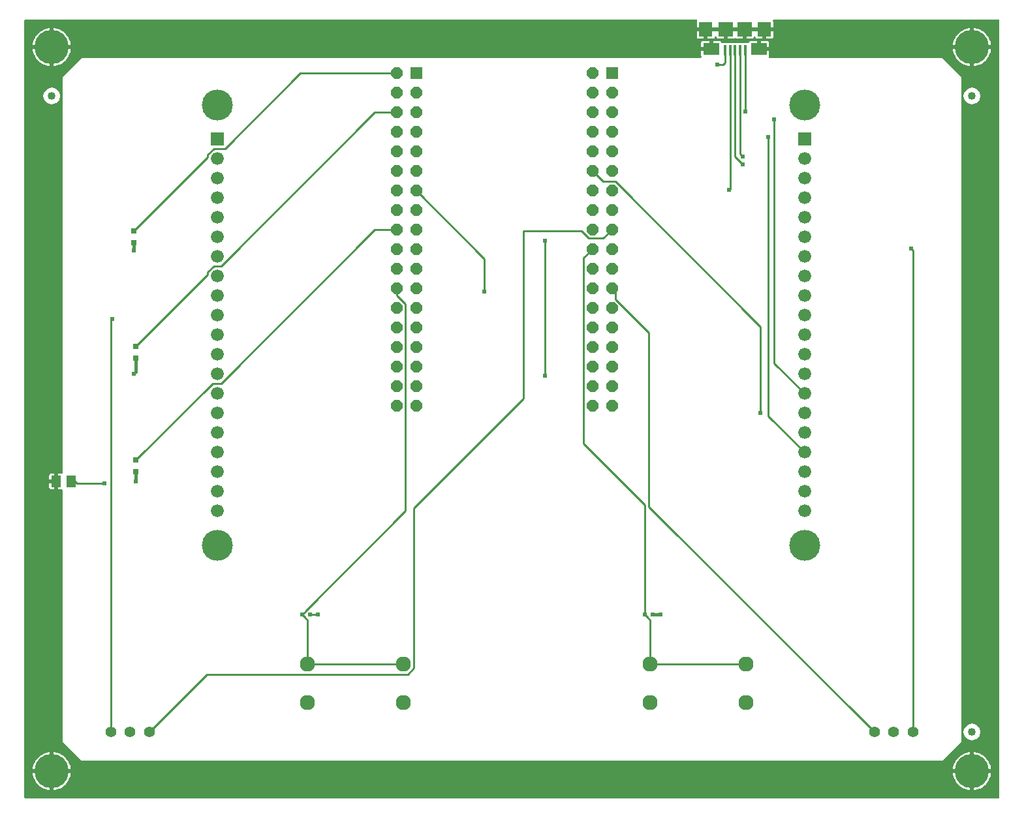
<source format=gbr>
G04 EAGLE Gerber RS-274X export*
G75*
%MOMM*%
%FSLAX34Y34*%
%LPD*%
%INTop Copper*%
%IPPOS*%
%AMOC8*
5,1,8,0,0,1.08239X$1,22.5*%
G01*
%ADD10R,1.524000X1.524000*%
%ADD11P,1.649562X8X292.500000*%
%ADD12C,1.400000*%
%ADD13C,1.960000*%
%ADD14R,0.800000X0.800000*%
%ADD15R,0.500000X0.600000*%
%ADD16R,1.676400X1.676400*%
%ADD17C,1.676400*%
%ADD18C,4.016000*%
%ADD19R,1.800000X1.900000*%
%ADD20R,1.900000X1.900000*%
%ADD21R,2.100000X1.600000*%
%ADD22R,0.400000X1.350000*%
%ADD23C,1.016000*%
%ADD24C,4.445000*%
%ADD25R,1.300000X1.500000*%
%ADD26C,0.381000*%
%ADD27C,0.254000*%
%ADD28C,0.609600*%

G36*
X1267444Y1012308D02*
X1267444Y1012308D01*
X1267437Y1012427D01*
X1267424Y1012465D01*
X1267419Y1012506D01*
X1267376Y1012616D01*
X1267339Y1012729D01*
X1267317Y1012764D01*
X1267302Y1012801D01*
X1267233Y1012897D01*
X1267169Y1012998D01*
X1267139Y1013026D01*
X1267116Y1013059D01*
X1267024Y1013135D01*
X1266937Y1013216D01*
X1266902Y1013236D01*
X1266871Y1013261D01*
X1266763Y1013312D01*
X1266659Y1013370D01*
X1266619Y1013380D01*
X1266583Y1013397D01*
X1266466Y1013419D01*
X1266351Y1013449D01*
X1266291Y1013453D01*
X1266271Y1013457D01*
X1266250Y1013455D01*
X1266190Y1013459D01*
X974845Y1013459D01*
X974714Y1013443D01*
X974582Y1013432D01*
X974556Y1013423D01*
X974530Y1013419D01*
X974406Y1013371D01*
X974281Y1013327D01*
X974259Y1013312D01*
X974234Y1013302D01*
X974127Y1013225D01*
X974016Y1013151D01*
X973998Y1013131D01*
X973976Y1013116D01*
X973892Y1013014D01*
X973803Y1012915D01*
X973791Y1012891D01*
X973774Y1012871D01*
X973717Y1012751D01*
X973656Y1012633D01*
X973650Y1012607D01*
X973638Y1012583D01*
X973613Y1012453D01*
X973583Y1012324D01*
X973583Y1012297D01*
X973578Y1012271D01*
X973587Y1012139D01*
X973589Y1012006D01*
X973596Y1011980D01*
X973598Y1011953D01*
X973639Y1011827D01*
X973674Y1011700D01*
X973691Y1011665D01*
X973696Y1011651D01*
X973708Y1011632D01*
X973746Y1011555D01*
X973928Y1011241D01*
X974101Y1010594D01*
X974101Y1003299D01*
X963830Y1003299D01*
X963712Y1003284D01*
X963593Y1003277D01*
X963555Y1003264D01*
X963515Y1003259D01*
X963404Y1003215D01*
X963291Y1003179D01*
X963256Y1003157D01*
X963219Y1003142D01*
X963123Y1003072D01*
X963022Y1003009D01*
X962994Y1002979D01*
X962962Y1002955D01*
X962886Y1002864D01*
X962804Y1002777D01*
X962785Y1002742D01*
X962759Y1002710D01*
X962708Y1002603D01*
X962651Y1002499D01*
X962640Y1002459D01*
X962623Y1002423D01*
X962601Y1002306D01*
X962571Y1002191D01*
X962567Y1002130D01*
X962563Y1002110D01*
X962565Y1002090D01*
X962561Y1002030D01*
X962561Y1000759D01*
X962559Y1000759D01*
X962559Y1002030D01*
X962544Y1002148D01*
X962537Y1002267D01*
X962524Y1002305D01*
X962519Y1002345D01*
X962475Y1002456D01*
X962439Y1002569D01*
X962417Y1002604D01*
X962402Y1002641D01*
X962332Y1002737D01*
X962269Y1002838D01*
X962239Y1002866D01*
X962215Y1002898D01*
X962124Y1002974D01*
X962037Y1003056D01*
X962002Y1003075D01*
X961970Y1003101D01*
X961863Y1003152D01*
X961759Y1003209D01*
X961719Y1003220D01*
X961683Y1003237D01*
X961566Y1003259D01*
X961451Y1003289D01*
X961390Y1003293D01*
X961370Y1003297D01*
X961350Y1003295D01*
X961290Y1003299D01*
X937830Y1003299D01*
X937712Y1003284D01*
X937593Y1003277D01*
X937555Y1003264D01*
X937515Y1003259D01*
X937404Y1003215D01*
X937291Y1003179D01*
X937256Y1003157D01*
X937219Y1003142D01*
X937123Y1003072D01*
X937022Y1003009D01*
X936994Y1002979D01*
X936962Y1002955D01*
X936886Y1002864D01*
X936804Y1002777D01*
X936785Y1002742D01*
X936759Y1002710D01*
X936708Y1002603D01*
X936651Y1002499D01*
X936640Y1002459D01*
X936623Y1002423D01*
X936601Y1002306D01*
X936571Y1002191D01*
X936567Y1002130D01*
X936563Y1002110D01*
X936565Y1002090D01*
X936561Y1002030D01*
X936561Y1000759D01*
X936559Y1000759D01*
X936559Y1002030D01*
X936544Y1002148D01*
X936537Y1002267D01*
X936524Y1002305D01*
X936519Y1002345D01*
X936475Y1002456D01*
X936439Y1002569D01*
X936417Y1002604D01*
X936402Y1002641D01*
X936332Y1002737D01*
X936269Y1002838D01*
X936239Y1002866D01*
X936215Y1002898D01*
X936124Y1002974D01*
X936037Y1003056D01*
X936002Y1003075D01*
X935970Y1003101D01*
X935863Y1003152D01*
X935759Y1003209D01*
X935719Y1003220D01*
X935683Y1003237D01*
X935566Y1003259D01*
X935451Y1003289D01*
X935390Y1003293D01*
X935370Y1003297D01*
X935350Y1003295D01*
X935290Y1003299D01*
X913830Y1003299D01*
X913712Y1003284D01*
X913593Y1003277D01*
X913555Y1003264D01*
X913515Y1003259D01*
X913404Y1003215D01*
X913291Y1003179D01*
X913256Y1003157D01*
X913219Y1003142D01*
X913123Y1003072D01*
X913022Y1003009D01*
X912994Y1002979D01*
X912962Y1002955D01*
X912886Y1002864D01*
X912804Y1002777D01*
X912785Y1002742D01*
X912759Y1002710D01*
X912708Y1002603D01*
X912651Y1002499D01*
X912640Y1002459D01*
X912623Y1002423D01*
X912601Y1002306D01*
X912571Y1002191D01*
X912567Y1002130D01*
X912563Y1002110D01*
X912565Y1002090D01*
X912561Y1002030D01*
X912561Y1000759D01*
X912559Y1000759D01*
X912559Y1002030D01*
X912544Y1002148D01*
X912537Y1002267D01*
X912524Y1002305D01*
X912519Y1002345D01*
X912475Y1002456D01*
X912439Y1002569D01*
X912417Y1002604D01*
X912402Y1002641D01*
X912332Y1002737D01*
X912269Y1002838D01*
X912239Y1002866D01*
X912215Y1002898D01*
X912124Y1002974D01*
X912037Y1003056D01*
X912002Y1003075D01*
X911970Y1003101D01*
X911863Y1003152D01*
X911759Y1003209D01*
X911719Y1003220D01*
X911683Y1003237D01*
X911566Y1003259D01*
X911451Y1003289D01*
X911390Y1003293D01*
X911370Y1003297D01*
X911350Y1003295D01*
X911290Y1003299D01*
X887830Y1003299D01*
X887712Y1003284D01*
X887593Y1003277D01*
X887555Y1003264D01*
X887515Y1003259D01*
X887404Y1003215D01*
X887291Y1003179D01*
X887256Y1003157D01*
X887219Y1003142D01*
X887123Y1003072D01*
X887022Y1003009D01*
X886994Y1002979D01*
X886962Y1002955D01*
X886886Y1002864D01*
X886804Y1002777D01*
X886785Y1002742D01*
X886759Y1002710D01*
X886708Y1002603D01*
X886651Y1002499D01*
X886640Y1002459D01*
X886623Y1002423D01*
X886601Y1002306D01*
X886571Y1002191D01*
X886567Y1002130D01*
X886563Y1002110D01*
X886565Y1002090D01*
X886561Y1002030D01*
X886561Y1000759D01*
X886559Y1000759D01*
X886559Y1002030D01*
X886544Y1002148D01*
X886537Y1002267D01*
X886524Y1002305D01*
X886519Y1002345D01*
X886475Y1002456D01*
X886439Y1002569D01*
X886417Y1002604D01*
X886402Y1002641D01*
X886332Y1002737D01*
X886269Y1002838D01*
X886239Y1002866D01*
X886215Y1002898D01*
X886124Y1002974D01*
X886037Y1003056D01*
X886002Y1003075D01*
X885970Y1003101D01*
X885863Y1003152D01*
X885759Y1003209D01*
X885719Y1003220D01*
X885683Y1003237D01*
X885566Y1003259D01*
X885451Y1003289D01*
X885390Y1003293D01*
X885370Y1003297D01*
X885350Y1003295D01*
X885290Y1003299D01*
X875019Y1003299D01*
X875019Y1010594D01*
X875192Y1011241D01*
X875374Y1011555D01*
X875425Y1011677D01*
X875482Y1011797D01*
X875487Y1011824D01*
X875497Y1011849D01*
X875517Y1011980D01*
X875542Y1012110D01*
X875540Y1012136D01*
X875544Y1012163D01*
X875530Y1012295D01*
X875522Y1012427D01*
X875514Y1012453D01*
X875511Y1012479D01*
X875465Y1012603D01*
X875424Y1012729D01*
X875409Y1012752D01*
X875400Y1012778D01*
X875325Y1012886D01*
X875254Y1012998D01*
X875234Y1013017D01*
X875219Y1013039D01*
X875119Y1013125D01*
X875022Y1013216D01*
X874998Y1013229D01*
X874978Y1013247D01*
X874859Y1013306D01*
X874744Y1013370D01*
X874717Y1013376D01*
X874693Y1013388D01*
X874563Y1013416D01*
X874436Y1013449D01*
X874398Y1013451D01*
X874382Y1013455D01*
X874360Y1013454D01*
X874275Y1013459D01*
X3810Y1013459D01*
X3692Y1013444D01*
X3573Y1013437D01*
X3535Y1013424D01*
X3494Y1013419D01*
X3384Y1013376D01*
X3271Y1013339D01*
X3236Y1013317D01*
X3199Y1013302D01*
X3103Y1013233D01*
X3002Y1013169D01*
X2974Y1013139D01*
X2941Y1013116D01*
X2865Y1013024D01*
X2784Y1012937D01*
X2764Y1012902D01*
X2739Y1012871D01*
X2688Y1012763D01*
X2630Y1012659D01*
X2620Y1012619D01*
X2603Y1012583D01*
X2581Y1012466D01*
X2551Y1012351D01*
X2547Y1012291D01*
X2543Y1012271D01*
X2545Y1012250D01*
X2541Y1012190D01*
X2541Y3810D01*
X2556Y3692D01*
X2563Y3573D01*
X2576Y3535D01*
X2581Y3494D01*
X2624Y3384D01*
X2661Y3271D01*
X2683Y3236D01*
X2698Y3199D01*
X2767Y3103D01*
X2831Y3002D01*
X2861Y2974D01*
X2884Y2941D01*
X2976Y2865D01*
X3063Y2784D01*
X3098Y2764D01*
X3129Y2739D01*
X3237Y2688D01*
X3341Y2630D01*
X3381Y2620D01*
X3417Y2603D01*
X3534Y2581D01*
X3649Y2551D01*
X3709Y2547D01*
X3729Y2543D01*
X3750Y2545D01*
X3810Y2541D01*
X1266190Y2541D01*
X1266308Y2556D01*
X1266427Y2563D01*
X1266465Y2576D01*
X1266506Y2581D01*
X1266616Y2624D01*
X1266729Y2661D01*
X1266764Y2683D01*
X1266801Y2698D01*
X1266897Y2767D01*
X1266998Y2831D01*
X1267026Y2861D01*
X1267059Y2884D01*
X1267135Y2976D01*
X1267216Y3063D01*
X1267236Y3098D01*
X1267261Y3129D01*
X1267312Y3237D01*
X1267370Y3341D01*
X1267380Y3381D01*
X1267397Y3417D01*
X1267419Y3534D01*
X1267449Y3649D01*
X1267453Y3709D01*
X1267457Y3729D01*
X1267455Y3750D01*
X1267459Y3810D01*
X1267459Y1012190D01*
X1267444Y1012308D01*
G37*
%LPC*%
G36*
X76726Y963931D02*
X76726Y963931D01*
X879850Y963931D01*
X879981Y963947D01*
X880113Y963958D01*
X880139Y963967D01*
X880166Y963971D01*
X880288Y964019D01*
X880414Y964063D01*
X880436Y964078D01*
X880461Y964088D01*
X880568Y964165D01*
X880679Y964239D01*
X880697Y964259D01*
X880719Y964274D01*
X880803Y964376D01*
X880892Y964475D01*
X880904Y964499D01*
X880921Y964519D01*
X880978Y964639D01*
X881039Y964757D01*
X881045Y964783D01*
X881057Y964807D01*
X881082Y964937D01*
X881112Y965066D01*
X881112Y965093D01*
X881117Y965120D01*
X881108Y965252D01*
X881106Y965384D01*
X881099Y965410D01*
X881097Y965437D01*
X881056Y965563D01*
X881021Y965690D01*
X881004Y965725D01*
X880999Y965739D01*
X880987Y965758D01*
X880949Y965835D01*
X880692Y966279D01*
X880519Y966926D01*
X880519Y972721D01*
X892290Y972721D01*
X892408Y972736D01*
X892527Y972743D01*
X892565Y972756D01*
X892605Y972761D01*
X892716Y972804D01*
X892829Y972841D01*
X892864Y972863D01*
X892901Y972878D01*
X892997Y972948D01*
X893098Y973011D01*
X893126Y973041D01*
X893158Y973065D01*
X893234Y973156D01*
X893316Y973243D01*
X893335Y973278D01*
X893361Y973309D01*
X893412Y973417D01*
X893469Y973521D01*
X893480Y973561D01*
X893497Y973597D01*
X893519Y973714D01*
X893549Y973829D01*
X893553Y973890D01*
X893557Y973910D01*
X893555Y973930D01*
X893559Y973990D01*
X893559Y975261D01*
X894830Y975261D01*
X894948Y975276D01*
X895067Y975283D01*
X895105Y975296D01*
X895145Y975301D01*
X895256Y975345D01*
X895369Y975381D01*
X895404Y975403D01*
X895441Y975418D01*
X895537Y975488D01*
X895638Y975551D01*
X895666Y975581D01*
X895698Y975605D01*
X895774Y975696D01*
X895856Y975783D01*
X895875Y975818D01*
X895901Y975850D01*
X895952Y975957D01*
X896009Y976061D01*
X896020Y976101D01*
X896037Y976137D01*
X896059Y976254D01*
X896089Y976369D01*
X896093Y976430D01*
X896097Y976450D01*
X896095Y976470D01*
X896099Y976530D01*
X896099Y985801D01*
X904394Y985801D01*
X905041Y985628D01*
X905620Y985293D01*
X906093Y984820D01*
X906428Y984241D01*
X906497Y983982D01*
X906547Y983860D01*
X906592Y983735D01*
X906607Y983713D01*
X906617Y983688D01*
X906696Y983581D01*
X906770Y983472D01*
X906790Y983454D01*
X906807Y983433D01*
X906910Y983349D01*
X907009Y983262D01*
X907033Y983249D01*
X907054Y983232D01*
X907174Y983177D01*
X907292Y983117D01*
X907318Y983111D01*
X907343Y983100D01*
X907473Y983076D01*
X907602Y983047D01*
X907629Y983048D01*
X907656Y983043D01*
X907788Y983053D01*
X907920Y983057D01*
X907946Y983065D01*
X907973Y983067D01*
X908099Y983109D01*
X908226Y983146D01*
X908249Y983159D01*
X908274Y983168D01*
X908386Y983240D01*
X908489Y983301D01*
X940642Y983301D01*
X940705Y983247D01*
X940730Y983235D01*
X940751Y983219D01*
X940872Y983166D01*
X940992Y983108D01*
X941018Y983103D01*
X941043Y983092D01*
X941173Y983071D01*
X941303Y983045D01*
X941330Y983047D01*
X941357Y983042D01*
X941488Y983055D01*
X941621Y983062D01*
X941647Y983070D01*
X941673Y983072D01*
X941798Y983117D01*
X941924Y983156D01*
X941947Y983171D01*
X941973Y983180D01*
X942083Y983254D01*
X942195Y983324D01*
X942214Y983343D01*
X942236Y983358D01*
X942324Y983458D01*
X942415Y983553D01*
X942429Y983576D01*
X942446Y983597D01*
X942507Y983714D01*
X942572Y983830D01*
X942584Y983866D01*
X942591Y983880D01*
X942596Y983901D01*
X942623Y983982D01*
X942692Y984241D01*
X943027Y984820D01*
X943500Y985293D01*
X944079Y985628D01*
X944726Y985801D01*
X953021Y985801D01*
X953021Y976530D01*
X953036Y976412D01*
X953043Y976293D01*
X953056Y976255D01*
X953061Y976215D01*
X953104Y976104D01*
X953141Y975991D01*
X953163Y975956D01*
X953178Y975919D01*
X953248Y975823D01*
X953311Y975722D01*
X953341Y975694D01*
X953365Y975662D01*
X953456Y975586D01*
X953543Y975504D01*
X953578Y975485D01*
X953609Y975459D01*
X953717Y975408D01*
X953821Y975351D01*
X953861Y975340D01*
X953897Y975323D01*
X954014Y975301D01*
X954129Y975271D01*
X954190Y975267D01*
X954210Y975263D01*
X954230Y975265D01*
X954290Y975261D01*
X955561Y975261D01*
X955561Y973990D01*
X955576Y973872D01*
X955583Y973753D01*
X955596Y973715D01*
X955601Y973675D01*
X955645Y973564D01*
X955681Y973451D01*
X955703Y973416D01*
X955718Y973379D01*
X955788Y973283D01*
X955851Y973182D01*
X955881Y973154D01*
X955905Y973121D01*
X955996Y973046D01*
X956083Y972964D01*
X956118Y972944D01*
X956150Y972919D01*
X956257Y972868D01*
X956361Y972810D01*
X956401Y972800D01*
X956437Y972783D01*
X956554Y972761D01*
X956669Y972731D01*
X956730Y972727D01*
X956750Y972723D01*
X956770Y972725D01*
X956830Y972721D01*
X968601Y972721D01*
X968601Y966926D01*
X968428Y966279D01*
X968171Y965835D01*
X968119Y965712D01*
X968063Y965593D01*
X968058Y965566D01*
X968048Y965542D01*
X968028Y965410D01*
X968003Y965281D01*
X968005Y965254D01*
X968001Y965227D01*
X968015Y965095D01*
X968023Y964963D01*
X968031Y964937D01*
X968034Y964911D01*
X968080Y964787D01*
X968121Y964661D01*
X968136Y964638D01*
X968145Y964613D01*
X968220Y964504D01*
X968291Y964392D01*
X968311Y964373D01*
X968326Y964351D01*
X968426Y964265D01*
X968523Y964174D01*
X968546Y964161D01*
X968567Y964143D01*
X968686Y964084D01*
X968801Y964020D01*
X968828Y964014D01*
X968852Y964002D01*
X968981Y963974D01*
X969109Y963941D01*
X969147Y963939D01*
X969163Y963935D01*
X969185Y963936D01*
X969270Y963931D01*
X1193274Y963931D01*
X1217931Y939274D01*
X1217931Y76726D01*
X1193274Y52069D01*
X76726Y52069D01*
X52069Y76726D01*
X52069Y402710D01*
X52054Y402828D01*
X52047Y402947D01*
X52034Y402985D01*
X52029Y403026D01*
X51986Y403136D01*
X51949Y403249D01*
X51927Y403284D01*
X51912Y403321D01*
X51843Y403417D01*
X51779Y403518D01*
X51749Y403546D01*
X51726Y403579D01*
X51634Y403655D01*
X51547Y403736D01*
X51512Y403756D01*
X51481Y403781D01*
X51373Y403832D01*
X51269Y403890D01*
X51229Y403900D01*
X51193Y403917D01*
X51076Y403939D01*
X50961Y403969D01*
X50901Y403973D01*
X50881Y403977D01*
X50860Y403975D01*
X50800Y403979D01*
X46379Y403979D01*
X46379Y412750D01*
X46364Y412868D01*
X46357Y412987D01*
X46344Y413025D01*
X46339Y413065D01*
X46295Y413176D01*
X46259Y413289D01*
X46237Y413324D01*
X46222Y413361D01*
X46152Y413457D01*
X46089Y413558D01*
X46059Y413586D01*
X46035Y413618D01*
X45944Y413694D01*
X45857Y413776D01*
X45822Y413795D01*
X45790Y413821D01*
X45683Y413872D01*
X45579Y413929D01*
X45539Y413940D01*
X45503Y413957D01*
X45386Y413979D01*
X45271Y414009D01*
X45210Y414013D01*
X45190Y414017D01*
X45170Y414015D01*
X45110Y414019D01*
X43839Y414019D01*
X43839Y414021D01*
X45110Y414021D01*
X45228Y414036D01*
X45347Y414043D01*
X45385Y414056D01*
X45425Y414061D01*
X45536Y414105D01*
X45649Y414141D01*
X45684Y414163D01*
X45721Y414178D01*
X45817Y414248D01*
X45918Y414311D01*
X45946Y414341D01*
X45978Y414365D01*
X46054Y414456D01*
X46136Y414543D01*
X46155Y414578D01*
X46181Y414610D01*
X46232Y414717D01*
X46289Y414821D01*
X46300Y414861D01*
X46317Y414897D01*
X46339Y415014D01*
X46369Y415129D01*
X46373Y415190D01*
X46377Y415210D01*
X46375Y415230D01*
X46379Y415290D01*
X46379Y424061D01*
X50800Y424061D01*
X50918Y424076D01*
X51037Y424083D01*
X51075Y424096D01*
X51116Y424101D01*
X51226Y424144D01*
X51339Y424181D01*
X51374Y424203D01*
X51411Y424218D01*
X51507Y424287D01*
X51608Y424351D01*
X51636Y424381D01*
X51669Y424404D01*
X51745Y424496D01*
X51826Y424583D01*
X51846Y424618D01*
X51871Y424649D01*
X51922Y424757D01*
X51980Y424861D01*
X51990Y424901D01*
X52007Y424937D01*
X52029Y425054D01*
X52059Y425169D01*
X52063Y425229D01*
X52067Y425249D01*
X52065Y425270D01*
X52069Y425330D01*
X52069Y939274D01*
X76726Y963931D01*
G37*
%LPD*%
%LPC*%
G36*
X32568Y904819D02*
X32568Y904819D01*
X28519Y908868D01*
X27036Y914400D01*
X28519Y919932D01*
X32568Y923981D01*
X38100Y925464D01*
X43632Y923981D01*
X47681Y919932D01*
X49164Y914400D01*
X47681Y908868D01*
X43632Y904819D01*
X38100Y903336D01*
X32568Y904819D01*
G37*
%LPD*%
%LPC*%
G36*
X1226368Y904819D02*
X1226368Y904819D01*
X1222319Y908868D01*
X1220836Y914400D01*
X1222319Y919932D01*
X1226368Y923981D01*
X1231900Y925464D01*
X1237432Y923981D01*
X1241481Y919932D01*
X1242964Y914400D01*
X1241481Y908868D01*
X1237432Y904819D01*
X1231900Y903336D01*
X1226368Y904819D01*
G37*
%LPD*%
%LPC*%
G36*
X1226368Y79319D02*
X1226368Y79319D01*
X1222319Y83368D01*
X1220836Y88900D01*
X1222319Y94432D01*
X1226368Y98481D01*
X1231900Y99964D01*
X1237432Y98481D01*
X1241481Y94432D01*
X1242964Y88900D01*
X1241481Y83368D01*
X1237432Y79319D01*
X1231900Y77836D01*
X1226368Y79319D01*
G37*
%LPD*%
%LPC*%
G36*
X1234439Y980439D02*
X1234439Y980439D01*
X1234439Y1002536D01*
X1236055Y1002354D01*
X1238767Y1001735D01*
X1241392Y1000817D01*
X1243899Y999610D01*
X1246254Y998130D01*
X1248429Y996395D01*
X1250395Y994429D01*
X1252130Y992254D01*
X1253610Y989899D01*
X1254817Y987392D01*
X1255735Y984767D01*
X1256354Y982055D01*
X1256536Y980439D01*
X1234439Y980439D01*
G37*
%LPD*%
%LPC*%
G36*
X40639Y980439D02*
X40639Y980439D01*
X40639Y1002536D01*
X42255Y1002354D01*
X44967Y1001735D01*
X47592Y1000817D01*
X50099Y999610D01*
X52454Y998130D01*
X54629Y996395D01*
X56595Y994429D01*
X58330Y992254D01*
X59810Y989899D01*
X61017Y987392D01*
X61935Y984767D01*
X62554Y982055D01*
X62736Y980439D01*
X40639Y980439D01*
G37*
%LPD*%
%LPC*%
G36*
X1234439Y40639D02*
X1234439Y40639D01*
X1234439Y62736D01*
X1236055Y62554D01*
X1238767Y61935D01*
X1241392Y61017D01*
X1243899Y59810D01*
X1246254Y58330D01*
X1248429Y56595D01*
X1250395Y54629D01*
X1252130Y52454D01*
X1253610Y50099D01*
X1254817Y47592D01*
X1255735Y44967D01*
X1256354Y42255D01*
X1256536Y40639D01*
X1234439Y40639D01*
G37*
%LPD*%
%LPC*%
G36*
X40639Y40639D02*
X40639Y40639D01*
X40639Y62736D01*
X42255Y62554D01*
X44967Y61935D01*
X47592Y61017D01*
X50099Y59810D01*
X52454Y58330D01*
X54629Y56595D01*
X56595Y54629D01*
X58330Y52454D01*
X59810Y50099D01*
X61017Y47592D01*
X61935Y44967D01*
X62554Y42255D01*
X62736Y40639D01*
X40639Y40639D01*
G37*
%LPD*%
%LPC*%
G36*
X13464Y980439D02*
X13464Y980439D01*
X13646Y982055D01*
X14265Y984767D01*
X15183Y987392D01*
X16390Y989899D01*
X17870Y992254D01*
X19605Y994429D01*
X21571Y996395D01*
X23746Y998130D01*
X26101Y999610D01*
X28608Y1000817D01*
X31233Y1001735D01*
X33945Y1002354D01*
X35561Y1002536D01*
X35561Y980439D01*
X13464Y980439D01*
G37*
%LPD*%
%LPC*%
G36*
X1207264Y980439D02*
X1207264Y980439D01*
X1207446Y982055D01*
X1208065Y984767D01*
X1208983Y987392D01*
X1210190Y989899D01*
X1211670Y992254D01*
X1213405Y994429D01*
X1215371Y996395D01*
X1217546Y998130D01*
X1219901Y999610D01*
X1222408Y1000817D01*
X1225033Y1001735D01*
X1227745Y1002354D01*
X1229361Y1002536D01*
X1229361Y980439D01*
X1207264Y980439D01*
G37*
%LPD*%
%LPC*%
G36*
X40639Y35561D02*
X40639Y35561D01*
X62736Y35561D01*
X62554Y33945D01*
X61935Y31233D01*
X61017Y28608D01*
X59810Y26101D01*
X58330Y23746D01*
X56595Y21571D01*
X54629Y19605D01*
X52454Y17870D01*
X50099Y16390D01*
X47592Y15183D01*
X44967Y14265D01*
X42255Y13646D01*
X40639Y13464D01*
X40639Y35561D01*
G37*
%LPD*%
%LPC*%
G36*
X1234439Y35561D02*
X1234439Y35561D01*
X1256536Y35561D01*
X1256354Y33945D01*
X1255735Y31233D01*
X1254817Y28608D01*
X1253610Y26101D01*
X1252130Y23746D01*
X1250395Y21571D01*
X1248429Y19605D01*
X1246254Y17870D01*
X1243899Y16390D01*
X1241392Y15183D01*
X1238767Y14265D01*
X1236055Y13646D01*
X1234439Y13464D01*
X1234439Y35561D01*
G37*
%LPD*%
%LPC*%
G36*
X1207264Y40639D02*
X1207264Y40639D01*
X1207446Y42255D01*
X1208065Y44967D01*
X1208983Y47592D01*
X1210190Y50099D01*
X1211670Y52454D01*
X1213405Y54629D01*
X1215371Y56595D01*
X1217546Y58330D01*
X1219901Y59810D01*
X1222408Y61017D01*
X1225033Y61935D01*
X1227745Y62554D01*
X1229361Y62736D01*
X1229361Y40639D01*
X1207264Y40639D01*
G37*
%LPD*%
%LPC*%
G36*
X13464Y40639D02*
X13464Y40639D01*
X13646Y42255D01*
X14265Y44967D01*
X15183Y47592D01*
X16390Y50099D01*
X17870Y52454D01*
X19605Y54629D01*
X21571Y56595D01*
X23746Y58330D01*
X26101Y59810D01*
X28608Y61017D01*
X31233Y61935D01*
X33945Y62554D01*
X35561Y62736D01*
X35561Y40639D01*
X13464Y40639D01*
G37*
%LPD*%
%LPC*%
G36*
X40639Y975361D02*
X40639Y975361D01*
X62736Y975361D01*
X62554Y973745D01*
X61935Y971033D01*
X61017Y968408D01*
X59810Y965901D01*
X58330Y963546D01*
X56595Y961371D01*
X54629Y959405D01*
X52454Y957670D01*
X50099Y956190D01*
X47592Y954983D01*
X44967Y954065D01*
X42255Y953446D01*
X40639Y953264D01*
X40639Y975361D01*
G37*
%LPD*%
%LPC*%
G36*
X1234439Y975361D02*
X1234439Y975361D01*
X1256536Y975361D01*
X1256354Y973745D01*
X1255735Y971033D01*
X1254817Y968408D01*
X1253610Y965901D01*
X1252130Y963546D01*
X1250395Y961371D01*
X1248429Y959405D01*
X1246254Y957670D01*
X1243899Y956190D01*
X1241392Y954983D01*
X1238767Y954065D01*
X1236055Y953446D01*
X1234439Y953264D01*
X1234439Y975361D01*
G37*
%LPD*%
%LPC*%
G36*
X1227745Y13646D02*
X1227745Y13646D01*
X1225033Y14265D01*
X1222408Y15183D01*
X1219901Y16390D01*
X1217546Y17870D01*
X1215371Y19605D01*
X1213405Y21571D01*
X1211670Y23746D01*
X1210190Y26101D01*
X1208983Y28608D01*
X1208065Y31233D01*
X1207446Y33945D01*
X1207264Y35561D01*
X1229361Y35561D01*
X1229361Y13464D01*
X1227745Y13646D01*
G37*
%LPD*%
%LPC*%
G36*
X33945Y13646D02*
X33945Y13646D01*
X31233Y14265D01*
X28608Y15183D01*
X26101Y16390D01*
X23746Y17870D01*
X21571Y19605D01*
X19605Y21571D01*
X17870Y23746D01*
X16390Y26101D01*
X15183Y28608D01*
X14265Y31233D01*
X13646Y33945D01*
X13464Y35561D01*
X35561Y35561D01*
X35561Y13464D01*
X33945Y13646D01*
G37*
%LPD*%
%LPC*%
G36*
X33945Y953446D02*
X33945Y953446D01*
X31233Y954065D01*
X28608Y954983D01*
X26101Y956190D01*
X23746Y957670D01*
X21571Y959405D01*
X19605Y961371D01*
X17870Y963546D01*
X16390Y965901D01*
X15183Y968408D01*
X14265Y971033D01*
X13646Y973745D01*
X13464Y975361D01*
X35561Y975361D01*
X35561Y953264D01*
X33945Y953446D01*
G37*
%LPD*%
%LPC*%
G36*
X1227745Y953446D02*
X1227745Y953446D01*
X1225033Y954065D01*
X1222408Y954983D01*
X1219901Y956190D01*
X1217546Y957670D01*
X1215371Y959405D01*
X1213405Y961371D01*
X1211670Y963546D01*
X1210190Y965901D01*
X1208983Y968408D01*
X1208065Y971033D01*
X1207446Y973745D01*
X1207264Y975361D01*
X1229361Y975361D01*
X1229361Y953264D01*
X1227745Y953446D01*
G37*
%LPD*%
%LPC*%
G36*
X902726Y988719D02*
X902726Y988719D01*
X902079Y988892D01*
X901500Y989227D01*
X901027Y989700D01*
X900692Y990279D01*
X900536Y990863D01*
X900481Y990998D01*
X900429Y991134D01*
X900421Y991145D01*
X900416Y991158D01*
X900329Y991275D01*
X900245Y991393D01*
X900234Y991402D01*
X900226Y991413D01*
X900113Y991505D01*
X900002Y991599D01*
X899990Y991605D01*
X899979Y991613D01*
X899847Y991674D01*
X899716Y991737D01*
X899702Y991740D01*
X899690Y991746D01*
X899547Y991771D01*
X899404Y991800D01*
X899390Y991800D01*
X899377Y991802D01*
X899232Y991791D01*
X899086Y991784D01*
X899073Y991780D01*
X899060Y991779D01*
X898921Y991732D01*
X898783Y991689D01*
X898771Y991682D01*
X898758Y991678D01*
X898636Y991598D01*
X898512Y991522D01*
X898503Y991512D01*
X898492Y991505D01*
X898393Y991398D01*
X898292Y991293D01*
X898285Y991281D01*
X898276Y991271D01*
X898207Y991143D01*
X898135Y991016D01*
X898130Y990998D01*
X898126Y990991D01*
X898121Y990974D01*
X898084Y990863D01*
X897928Y990279D01*
X897593Y989700D01*
X897120Y989227D01*
X896541Y988892D01*
X895894Y988719D01*
X889099Y988719D01*
X889099Y998221D01*
X910021Y998221D01*
X910021Y988719D01*
X902726Y988719D01*
G37*
%LPD*%
%LPC*%
G36*
X953226Y988719D02*
X953226Y988719D01*
X952579Y988892D01*
X952000Y989227D01*
X951527Y989700D01*
X951192Y990279D01*
X951036Y990863D01*
X950981Y990998D01*
X950929Y991134D01*
X950921Y991145D01*
X950916Y991158D01*
X950829Y991275D01*
X950745Y991393D01*
X950734Y991402D01*
X950726Y991413D01*
X950613Y991505D01*
X950502Y991599D01*
X950490Y991605D01*
X950479Y991613D01*
X950347Y991674D01*
X950216Y991737D01*
X950202Y991740D01*
X950190Y991746D01*
X950047Y991771D01*
X949904Y991800D01*
X949890Y991800D01*
X949877Y991802D01*
X949732Y991792D01*
X949586Y991784D01*
X949573Y991780D01*
X949560Y991779D01*
X949422Y991733D01*
X949283Y991689D01*
X949271Y991682D01*
X949258Y991678D01*
X949137Y991599D01*
X949012Y991522D01*
X949003Y991512D01*
X948992Y991505D01*
X948893Y991398D01*
X948792Y991293D01*
X948785Y991281D01*
X948776Y991271D01*
X948707Y991143D01*
X948635Y991016D01*
X948630Y990998D01*
X948626Y990991D01*
X948622Y990974D01*
X948584Y990863D01*
X948428Y990279D01*
X948093Y989700D01*
X947620Y989227D01*
X947041Y988892D01*
X946394Y988719D01*
X939099Y988719D01*
X939099Y998221D01*
X960021Y998221D01*
X960021Y988719D01*
X953226Y988719D01*
G37*
%LPD*%
%LPC*%
G36*
X926726Y988719D02*
X926726Y988719D01*
X926079Y988892D01*
X925500Y989227D01*
X925458Y989269D01*
X925363Y989342D01*
X925274Y989421D01*
X925238Y989439D01*
X925206Y989464D01*
X925097Y989512D01*
X924991Y989566D01*
X924952Y989575D01*
X924915Y989591D01*
X924797Y989609D01*
X924681Y989635D01*
X924640Y989634D01*
X924600Y989640D01*
X924482Y989629D01*
X924363Y989626D01*
X924324Y989614D01*
X924284Y989611D01*
X924172Y989570D01*
X924057Y989537D01*
X924023Y989517D01*
X923984Y989503D01*
X923886Y989436D01*
X923783Y989376D01*
X923738Y989336D01*
X923721Y989325D01*
X923708Y989309D01*
X923663Y989269D01*
X923620Y989227D01*
X923041Y988892D01*
X922394Y988719D01*
X915099Y988719D01*
X915099Y998221D01*
X934021Y998221D01*
X934021Y988719D01*
X926726Y988719D01*
G37*
%LPD*%
%LPC*%
G36*
X965099Y988719D02*
X965099Y988719D01*
X965099Y998221D01*
X974101Y998221D01*
X974101Y990926D01*
X973928Y990279D01*
X973593Y989700D01*
X973120Y989227D01*
X972541Y988892D01*
X971894Y988719D01*
X965099Y988719D01*
G37*
%LPD*%
%LPC*%
G36*
X877226Y988719D02*
X877226Y988719D01*
X876579Y988892D01*
X876000Y989227D01*
X875527Y989700D01*
X875192Y990279D01*
X875019Y990926D01*
X875019Y998221D01*
X884021Y998221D01*
X884021Y988719D01*
X877226Y988719D01*
G37*
%LPD*%
%LPC*%
G36*
X958099Y977799D02*
X958099Y977799D01*
X958099Y985801D01*
X966394Y985801D01*
X967041Y985628D01*
X967620Y985293D01*
X968093Y984820D01*
X968428Y984241D01*
X968601Y983594D01*
X968601Y977799D01*
X958099Y977799D01*
G37*
%LPD*%
%LPC*%
G36*
X880519Y977799D02*
X880519Y977799D01*
X880519Y983594D01*
X880692Y984241D01*
X881027Y984820D01*
X881500Y985293D01*
X882079Y985628D01*
X882726Y985801D01*
X891021Y985801D01*
X891021Y977799D01*
X880519Y977799D01*
G37*
%LPD*%
%LPC*%
G36*
X34799Y416559D02*
X34799Y416559D01*
X34799Y421854D01*
X34972Y422501D01*
X35307Y423080D01*
X35780Y423553D01*
X36359Y423888D01*
X37006Y424061D01*
X41301Y424061D01*
X41301Y416559D01*
X34799Y416559D01*
G37*
%LPD*%
%LPC*%
G36*
X37006Y403979D02*
X37006Y403979D01*
X36359Y404152D01*
X35780Y404487D01*
X35307Y404960D01*
X34972Y405539D01*
X34799Y406186D01*
X34799Y411481D01*
X41301Y411481D01*
X41301Y403979D01*
X37006Y403979D01*
G37*
%LPD*%
%LPC*%
G36*
X38099Y977899D02*
X38099Y977899D01*
X38099Y977901D01*
X38101Y977901D01*
X38101Y977899D01*
X38099Y977899D01*
G37*
%LPD*%
%LPC*%
G36*
X1231899Y977899D02*
X1231899Y977899D01*
X1231899Y977901D01*
X1231901Y977901D01*
X1231901Y977899D01*
X1231899Y977899D01*
G37*
%LPD*%
%LPC*%
G36*
X1231899Y38099D02*
X1231899Y38099D01*
X1231899Y38101D01*
X1231901Y38101D01*
X1231901Y38099D01*
X1231899Y38099D01*
G37*
%LPD*%
%LPC*%
G36*
X38099Y38099D02*
X38099Y38099D01*
X38099Y38101D01*
X38101Y38101D01*
X38101Y38099D01*
X38099Y38099D01*
G37*
%LPD*%
D10*
X764800Y944200D03*
D11*
X739400Y944200D03*
X764800Y918800D03*
X739400Y918800D03*
X764800Y893400D03*
X739400Y893400D03*
X764800Y868000D03*
X739400Y868000D03*
X764800Y842600D03*
X739400Y842600D03*
X764800Y817200D03*
X739400Y817200D03*
X764800Y791800D03*
X739400Y791800D03*
X764800Y766400D03*
X739400Y766400D03*
X764800Y741000D03*
X739400Y741000D03*
X764800Y715600D03*
X739400Y715600D03*
X764800Y690200D03*
X739400Y690200D03*
X764800Y664800D03*
X739400Y664800D03*
X764800Y639400D03*
X739400Y639400D03*
X764800Y614000D03*
X739400Y614000D03*
X764800Y588600D03*
X739400Y588600D03*
X764800Y563200D03*
X739400Y563200D03*
X764800Y537800D03*
X739400Y537800D03*
X764800Y512400D03*
X739400Y512400D03*
D10*
X510800Y944200D03*
D11*
X485400Y944200D03*
X510800Y918800D03*
X485400Y918800D03*
X510800Y893400D03*
X485400Y893400D03*
X510800Y868000D03*
X485400Y868000D03*
X510800Y842600D03*
X485400Y842600D03*
X510800Y817200D03*
X485400Y817200D03*
X510800Y791800D03*
X485400Y791800D03*
X510800Y766400D03*
X485400Y766400D03*
X510800Y741000D03*
X485400Y741000D03*
X510800Y715600D03*
X485400Y715600D03*
X510800Y690200D03*
X485400Y690200D03*
X510800Y664800D03*
X485400Y664800D03*
X510800Y639400D03*
X485400Y639400D03*
X510800Y614000D03*
X485400Y614000D03*
X510800Y588600D03*
X485400Y588600D03*
X510800Y563200D03*
X485400Y563200D03*
X510800Y537800D03*
X485400Y537800D03*
X510800Y512400D03*
X485400Y512400D03*
D12*
X114700Y88900D03*
X139700Y88900D03*
X164700Y88900D03*
X1105300Y88900D03*
X1130300Y88900D03*
X1155300Y88900D03*
D13*
X494300Y177400D03*
X494300Y127400D03*
X369300Y127400D03*
X369300Y177400D03*
X938800Y177400D03*
X938800Y127400D03*
X813800Y127400D03*
X813800Y177400D03*
D14*
X144780Y739020D03*
X144780Y724020D03*
X147320Y589160D03*
X147320Y574160D03*
X147320Y441840D03*
X147320Y426840D03*
D15*
X363300Y241300D03*
X373300Y241300D03*
X807800Y241300D03*
X817800Y241300D03*
D16*
X252730Y858520D03*
D17*
X252730Y833120D03*
X252730Y807720D03*
X252730Y782320D03*
X252730Y756920D03*
X252730Y731520D03*
X252730Y706120D03*
X252730Y680720D03*
X252730Y655320D03*
X252730Y629920D03*
X252730Y604520D03*
X252730Y579120D03*
X252730Y553720D03*
X252730Y528320D03*
X252730Y502920D03*
X252730Y477520D03*
X252730Y452120D03*
X252730Y426720D03*
X252730Y401320D03*
X252730Y375920D03*
D16*
X1014730Y858520D03*
D17*
X1014730Y833120D03*
X1014730Y807720D03*
X1014730Y782320D03*
X1014730Y756920D03*
X1014730Y731520D03*
X1014730Y706120D03*
X1014730Y680720D03*
X1014730Y655320D03*
X1014730Y629920D03*
X1014730Y604520D03*
X1014730Y579120D03*
X1014730Y553720D03*
X1014730Y528320D03*
X1014730Y502920D03*
X1014730Y477520D03*
X1014730Y452120D03*
X1014730Y426720D03*
X1014730Y401320D03*
X1014730Y375920D03*
D18*
X1014730Y331470D03*
X1014730Y902970D03*
X252730Y331470D03*
X252730Y902970D03*
D19*
X962560Y1000760D03*
D20*
X936560Y1000760D03*
X912560Y1000760D03*
D19*
X886560Y1000760D03*
D21*
X893560Y975260D03*
X955560Y975260D03*
D22*
X924560Y974010D03*
X931060Y974010D03*
X911560Y974010D03*
X918060Y974010D03*
X937560Y974010D03*
D23*
X38100Y914400D03*
X1231900Y914400D03*
X1231900Y88900D03*
D24*
X38100Y977900D03*
X38100Y38100D03*
X1231900Y38100D03*
X1231900Y977900D03*
D25*
X43840Y414020D03*
X62840Y414020D03*
D26*
X147320Y556260D02*
X147320Y574160D01*
D27*
X147320Y556260D02*
X144780Y553720D01*
D28*
X144780Y553720D03*
D26*
X147320Y426840D02*
X147320Y414020D01*
D28*
X147320Y414020D03*
D26*
X144780Y713740D02*
X144780Y724020D01*
D28*
X144780Y713740D03*
X901700Y955040D03*
D27*
X68580Y414020D02*
X62840Y414020D01*
X68580Y414020D02*
X71120Y411480D01*
X106680Y411480D01*
D28*
X106680Y411480D03*
D27*
X909320Y955040D02*
X911560Y957280D01*
X909320Y955040D02*
X901700Y955040D01*
X911560Y957280D02*
X911560Y974010D01*
D28*
X828040Y241300D03*
D26*
X817800Y241300D01*
D27*
X383540Y241300D02*
X373300Y241300D01*
D28*
X383540Y241300D03*
D27*
X599440Y703160D02*
X510800Y791800D01*
X599440Y703160D02*
X599440Y660400D01*
D28*
X599440Y660400D03*
D27*
X114700Y622700D02*
X114700Y88900D01*
X114700Y622700D02*
X116840Y624840D01*
D28*
X116840Y624840D03*
X967740Y861060D03*
D27*
X967740Y499110D01*
X1014730Y452120D01*
X753370Y803230D02*
X739400Y817200D01*
X753370Y803230D02*
X769535Y803230D01*
X957580Y615185D01*
X957580Y502920D01*
D28*
X957580Y502920D03*
X975360Y883920D03*
D27*
X975360Y567690D01*
X1014730Y528320D01*
D28*
X678180Y551180D03*
D27*
X678180Y726440D01*
D28*
X678180Y726440D03*
D27*
X366990Y245878D02*
X366990Y244990D01*
X363300Y241300D01*
X485400Y655565D02*
X485400Y664800D01*
X485400Y655565D02*
X496830Y644135D01*
X496830Y375718D02*
X366990Y245878D01*
X496830Y375718D02*
X496830Y644135D01*
X494300Y177400D02*
X369300Y177400D01*
X366990Y236722D02*
X366990Y237610D01*
X363300Y241300D01*
X369300Y234412D02*
X369300Y177400D01*
X369300Y234412D02*
X366990Y236722D01*
X813800Y177400D02*
X938800Y177400D01*
X811490Y236722D02*
X811490Y237610D01*
X807800Y241300D01*
X813800Y234412D02*
X813800Y177400D01*
X813800Y234412D02*
X811490Y236722D01*
X807800Y241300D02*
X807800Y383460D01*
X727970Y704170D02*
X739400Y715600D01*
X727970Y704170D02*
X727970Y463290D01*
X807800Y383460D01*
X937560Y894380D02*
X937560Y974010D01*
X937560Y894380D02*
X937260Y894080D01*
X937918Y894080D01*
D28*
X937918Y894080D03*
D27*
X931060Y839320D02*
X931060Y974010D01*
X931060Y839320D02*
X934720Y835660D01*
D28*
X934720Y835660D03*
D27*
X924560Y835660D02*
X924560Y974010D01*
X924560Y835660D02*
X934720Y825500D01*
D28*
X934720Y825500D03*
D27*
X918060Y815340D02*
X918060Y974010D01*
X918060Y815340D02*
X918060Y813920D01*
X918060Y793600D01*
X916940Y792480D01*
D28*
X916940Y792480D03*
D27*
X247008Y541528D02*
X147320Y441840D01*
X247008Y541528D02*
X257780Y541528D01*
X457252Y741000D02*
X485400Y741000D01*
X457252Y741000D02*
X257780Y541528D01*
X147320Y589160D02*
X240538Y682378D01*
X240538Y685770D01*
X457252Y893400D02*
X485400Y893400D01*
X457252Y893400D02*
X257780Y693928D01*
X248696Y693928D02*
X240538Y685770D01*
X248696Y693928D02*
X257780Y693928D01*
X144780Y739020D02*
X240538Y834778D01*
X240538Y838170D01*
X360562Y944200D02*
X485400Y944200D01*
X360562Y944200D02*
X262690Y846328D01*
X248696Y846328D02*
X240538Y838170D01*
X248696Y846328D02*
X262690Y846328D01*
X812880Y381320D02*
X1105300Y88900D01*
X769620Y650745D02*
X769620Y665480D01*
X812880Y607485D02*
X812880Y381320D01*
X812880Y607485D02*
X769620Y650745D01*
X764800Y664800D02*
X765480Y665480D01*
X769620Y665480D01*
X1155300Y714140D02*
X1155300Y88900D01*
X1155300Y714140D02*
X1153160Y716280D01*
D28*
X1153160Y716280D03*
D27*
X507910Y171763D02*
X499938Y163790D01*
X650240Y521944D02*
X650240Y739140D01*
X239590Y163790D02*
X164700Y88900D01*
X239590Y163790D02*
X499938Y163790D01*
X507910Y379614D02*
X650240Y521944D01*
X507910Y379614D02*
X507910Y171763D01*
X650240Y739140D02*
X725096Y739140D01*
X734666Y729570D01*
X753370Y729570D01*
X764800Y741000D01*
M02*

</source>
